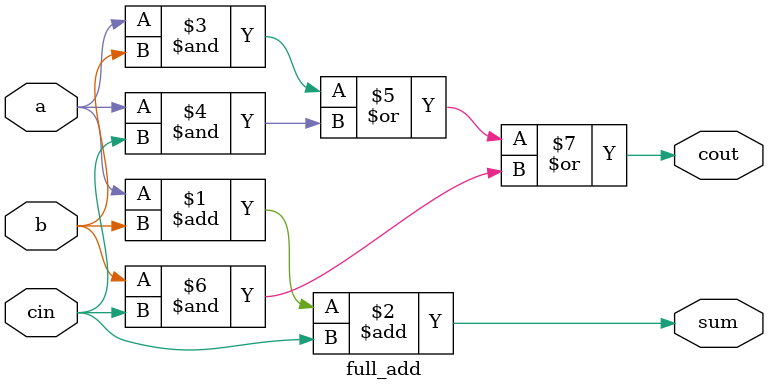
<source format=v>
module full_add ( 
    input a, b, cin,
    output sum, cout );

    assign sum = a + b + cin;
    assign cout = (a & b) | (a & cin) | (b & cin);


endmodule
</source>
